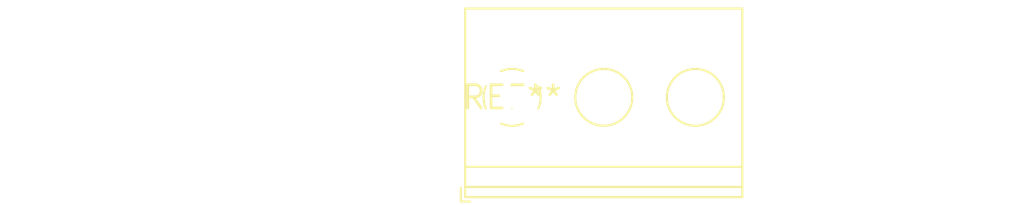
<source format=kicad_pcb>
(kicad_pcb (version 20240108) (generator pcbnew)
  (layers (0 "F.Cu" signal) (31 "B.Cu" signal) (34 "B.Paste" user) (35 "F.Paste" user) (36 "B.SilkS" user "B.Silkscreen") (37 "F.SilkS" user "F.Silkscreen") (38 "B.Mask" user) (39 "F.Mask" user) (44 "Edge.Cuts" user))
  (net 0 "")
  (footprint "TerminalBlock_Philmore_TB133_1x03_P5.00mm_Horizontal" (layer "F.Cu") (at 0 0)
    (property "Reference" "REF**")
    (property "Value" "TerminalBlock_Philmore_TB133_1x03_P5.00mm_Horizontal")
    (fp_line (start -2.8 4.96) (end -2.8 5.7) (layer "F.SilkS") (stroke (width 0.12)))
    (fp_line (start -2.8 5.7) (end -2.3 5.7) (layer "F.SilkS") (stroke (width 0.12)))
    (fp_line (start -2.56 -4.86) (end -2.56 5.46) (layer "F.SilkS") (stroke (width 0.12)))
    (fp_line (start -2.56 -4.86) (end 12.56 -4.86) (layer "F.SilkS") (stroke (width 0.12)))
    (fp_line (start -2.56 3.8) (end 12.56 3.8) (layer "F.SilkS") (stroke (width 0.12)))
    (fp_line (start -2.56 4.9) (end 12.56 4.9) (layer "F.SilkS") (stroke (width 0.12)))
    (fp_line (start -2.56 5.46) (end 12.56 5.46) (layer "F.SilkS") (stroke (width 0.12)))
    (fp_line (start 12.56 -4.86) (end 12.56 5.46) (layer "F.SilkS") (stroke (width 0.12)))
    (fp_arc (start -1.432109 0.607742) (mid -1.555727 -0.00014) (end -1.432 -0.608) (layer "F.SilkS") (stroke (width 0.12)))
    (fp_arc (start -0.607742 -1.432109) (mid 0.00014 -1.555727) (end 0.608 -1.432) (layer "F.SilkS") (stroke (width 0.12)))
    (fp_arc (start 0.027011 1.555493) (mid -0.296984 1.527118) (end -0.608 1.432) (layer "F.SilkS") (stroke (width 0.12)))
    (fp_arc (start 0.607587 1.431385) (mid 0.310017 1.523783) (end 0 1.555) (layer "F.SilkS") (stroke (width 0.12)))
    (fp_arc (start 1.432109 -0.607742) (mid 1.555727 0.00014) (end 1.432 0.608) (layer "F.SilkS") (stroke (width 0.12)))
    (fp_circle (center 5 0) (end 6.555 0) (layer "F.SilkS") (stroke (width 0.12)) (fill none))
    (fp_circle (center 10 0) (end 11.555 0) (layer "F.SilkS") (stroke (width 0.12)) (fill none))
    (pad "1" thru_hole rect (at 0 0) (size 2.4 2.4) (drill 1.2) (layers *.Cu *.Mask) (remove_unused_layers))
    (pad "2" thru_hole circle (at 5 0) (size 2.4 2.4) (drill 1.2) (layers *.Cu *.Mask) (remove_unused_layers))
    (pad "3" thru_hole circle (at 10 0) (size 2.4 2.4) (drill 1.2) (layers *.Cu *.Mask) (remove_unused_layers))
  )
)
</source>
